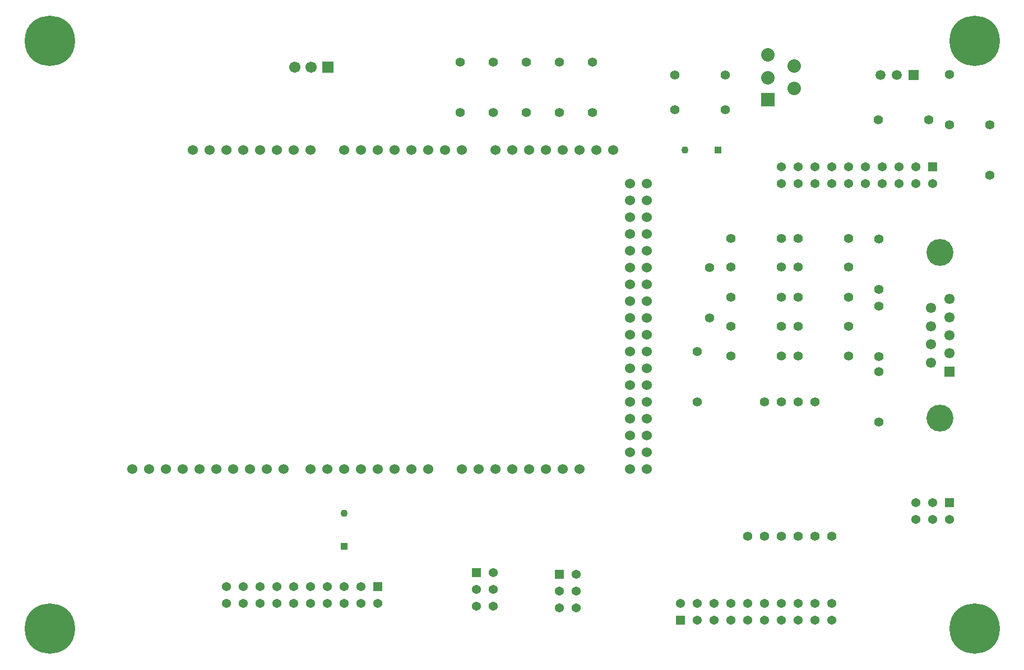
<source format=gbr>
G04 Layer_Color=255*
%FSLAX23Y23*%
%MOIN*%
%TF.FileFunction,Pads,Top*%
%TF.Part,Single*%
G01*
G75*
%TA.AperFunction,ViaPad*%
%ADD12C,0.300*%
%TA.AperFunction,ComponentPad*%
%ADD13C,0.055*%
%ADD14C,0.043*%
%ADD15R,0.043X0.043*%
%ADD16C,0.054*%
%ADD17R,0.054X0.054*%
%ADD18R,0.054X0.054*%
%ADD19R,0.067X0.067*%
%ADD20C,0.067*%
%ADD21R,0.043X0.043*%
%ADD22C,0.060*%
%ADD23C,0.061*%
%ADD24C,0.160*%
%ADD25R,0.061X0.061*%
%ADD26C,0.080*%
%ADD27R,0.080X0.080*%
%ADD28C,0.059*%
%ADD29R,0.059X0.059*%
D12*
X1250Y4750D02*
D03*
X6750D02*
D03*
Y1250D02*
D03*
X1250D02*
D03*
D13*
X3888Y4626D02*
D03*
Y4326D02*
D03*
X4478D02*
D03*
Y4626D02*
D03*
X4281Y4326D02*
D03*
Y4626D02*
D03*
X4085Y4326D02*
D03*
Y4626D02*
D03*
X6479Y4281D02*
D03*
X6179D02*
D03*
X6600Y4550D02*
D03*
Y4250D02*
D03*
X6840D02*
D03*
Y3950D02*
D03*
X5268Y4547D02*
D03*
X4968D02*
D03*
Y4341D02*
D03*
X5268D02*
D03*
X6180Y2480D02*
D03*
Y2780D02*
D03*
X6000Y3225D02*
D03*
X5700D02*
D03*
X5600D02*
D03*
X5300D02*
D03*
X6180Y3170D02*
D03*
Y2870D02*
D03*
X6000Y3405D02*
D03*
X5700D02*
D03*
X5600D02*
D03*
X5300D02*
D03*
X6180Y3570D02*
D03*
Y3270D02*
D03*
X6000Y3575D02*
D03*
X5700D02*
D03*
X5600D02*
D03*
X5300D02*
D03*
X3691Y4626D02*
D03*
Y4326D02*
D03*
X5500Y2600D02*
D03*
X5600D02*
D03*
X5700D02*
D03*
X5800D02*
D03*
X5400Y1800D02*
D03*
X5500D02*
D03*
X5600D02*
D03*
X5700D02*
D03*
X5800D02*
D03*
X5900D02*
D03*
X5300Y3050D02*
D03*
X5600D02*
D03*
X5700D02*
D03*
X6000D02*
D03*
X5175Y3400D02*
D03*
Y3100D02*
D03*
X5100Y2600D02*
D03*
Y2900D02*
D03*
X5300Y2875D02*
D03*
X5600D02*
D03*
X5700D02*
D03*
X6000D02*
D03*
D14*
X5028Y4100D02*
D03*
X3002Y1939D02*
D03*
D15*
X5225Y4100D02*
D03*
D16*
X3889Y1385D02*
D03*
X3789D02*
D03*
X3889Y1485D02*
D03*
X3789D02*
D03*
X3889Y1585D02*
D03*
X6400Y1900D02*
D03*
Y2000D02*
D03*
X6500Y1900D02*
D03*
Y2000D02*
D03*
X6600Y1900D02*
D03*
X5600Y3900D02*
D03*
Y4000D02*
D03*
X5700Y3900D02*
D03*
Y4000D02*
D03*
X5800Y3900D02*
D03*
Y4000D02*
D03*
X5900Y3900D02*
D03*
Y4000D02*
D03*
X6000Y3900D02*
D03*
Y4000D02*
D03*
X6100Y3900D02*
D03*
Y4000D02*
D03*
X6200Y3900D02*
D03*
Y4000D02*
D03*
X6300Y3900D02*
D03*
Y4000D02*
D03*
X6400Y3900D02*
D03*
Y4000D02*
D03*
X6500Y3900D02*
D03*
X5900Y1400D02*
D03*
Y1300D02*
D03*
X5800Y1400D02*
D03*
Y1300D02*
D03*
X5700Y1400D02*
D03*
Y1300D02*
D03*
X5600Y1400D02*
D03*
Y1300D02*
D03*
X5500Y1400D02*
D03*
Y1300D02*
D03*
X5400Y1400D02*
D03*
Y1300D02*
D03*
X5300Y1400D02*
D03*
Y1300D02*
D03*
X5200Y1400D02*
D03*
Y1300D02*
D03*
X5100Y1400D02*
D03*
Y1300D02*
D03*
X5000Y1400D02*
D03*
X4381Y1375D02*
D03*
X4281D02*
D03*
X4381Y1475D02*
D03*
X4281D02*
D03*
X4381Y1575D02*
D03*
X2300Y1400D02*
D03*
Y1500D02*
D03*
X2400Y1400D02*
D03*
Y1500D02*
D03*
X2500Y1400D02*
D03*
Y1500D02*
D03*
X2600Y1400D02*
D03*
Y1500D02*
D03*
X2700Y1400D02*
D03*
Y1500D02*
D03*
X2800Y1400D02*
D03*
Y1500D02*
D03*
X2900Y1400D02*
D03*
Y1500D02*
D03*
X3000Y1400D02*
D03*
Y1500D02*
D03*
X3100Y1400D02*
D03*
Y1500D02*
D03*
X3200Y1400D02*
D03*
D17*
X3789Y1585D02*
D03*
X4281Y1575D02*
D03*
D18*
X6600Y2000D02*
D03*
X6500Y4000D02*
D03*
X5000Y1300D02*
D03*
X3200Y1500D02*
D03*
D19*
X2904Y4596D02*
D03*
D20*
X2805D02*
D03*
X2707D02*
D03*
D21*
X3002Y1742D02*
D03*
D22*
X3000Y4100D02*
D03*
X3100D02*
D03*
X3200D02*
D03*
X3300D02*
D03*
X3400D02*
D03*
X3500D02*
D03*
X3600D02*
D03*
X3700D02*
D03*
X3900D02*
D03*
X4000D02*
D03*
X4100D02*
D03*
X4200D02*
D03*
X4300D02*
D03*
X4400D02*
D03*
X4500D02*
D03*
X4600D02*
D03*
X2100D02*
D03*
X2200D02*
D03*
X2300D02*
D03*
X2400D02*
D03*
X2500D02*
D03*
X2600D02*
D03*
X2700D02*
D03*
X2800D02*
D03*
X3700Y2200D02*
D03*
X3800D02*
D03*
X3900D02*
D03*
X4000D02*
D03*
X4100D02*
D03*
X4200D02*
D03*
X4300D02*
D03*
X4400D02*
D03*
X2800D02*
D03*
X2900D02*
D03*
X3000D02*
D03*
X3100D02*
D03*
X3200D02*
D03*
X3300D02*
D03*
X3400D02*
D03*
X3500D02*
D03*
X2640D02*
D03*
X2540D02*
D03*
X2440D02*
D03*
X2340D02*
D03*
X2240D02*
D03*
X2140D02*
D03*
X2040D02*
D03*
X1940D02*
D03*
X1840D02*
D03*
X1740D02*
D03*
X4700D02*
D03*
X4800D02*
D03*
X4700Y2300D02*
D03*
X4800D02*
D03*
X4700Y2400D02*
D03*
X4800D02*
D03*
X4700Y2500D02*
D03*
X4800D02*
D03*
X4700Y2600D02*
D03*
X4800D02*
D03*
X4700Y2700D02*
D03*
X4800D02*
D03*
X4700Y2800D02*
D03*
X4800D02*
D03*
X4700Y2900D02*
D03*
X4800D02*
D03*
X4700Y3000D02*
D03*
X4800D02*
D03*
X4700Y3100D02*
D03*
X4800D02*
D03*
X4700Y3200D02*
D03*
X4800D02*
D03*
X4700Y3300D02*
D03*
X4800D02*
D03*
X4700Y3400D02*
D03*
X4800D02*
D03*
X4700Y3500D02*
D03*
X4800D02*
D03*
X4700Y3600D02*
D03*
X4800D02*
D03*
X4700Y3700D02*
D03*
X4800D02*
D03*
X4700Y3800D02*
D03*
X4800D02*
D03*
X4700Y3900D02*
D03*
X4800D02*
D03*
D23*
X6490Y3160D02*
D03*
Y3052D02*
D03*
Y2944D02*
D03*
X6602Y3214D02*
D03*
Y3106D02*
D03*
Y2998D02*
D03*
Y2890D02*
D03*
X6490Y2836D02*
D03*
D24*
X6546Y2506D02*
D03*
Y3490D02*
D03*
D25*
X6602Y2782D02*
D03*
D26*
X5522Y4667D02*
D03*
X5679Y4600D02*
D03*
X5522Y4533D02*
D03*
X5679Y4467D02*
D03*
D27*
X5522Y4400D02*
D03*
D28*
X6191Y4547D02*
D03*
X6289D02*
D03*
D29*
X6388D02*
D03*
%TF.MD5,c36513450923fb2afe2d06c48a206b17*%
M02*

</source>
